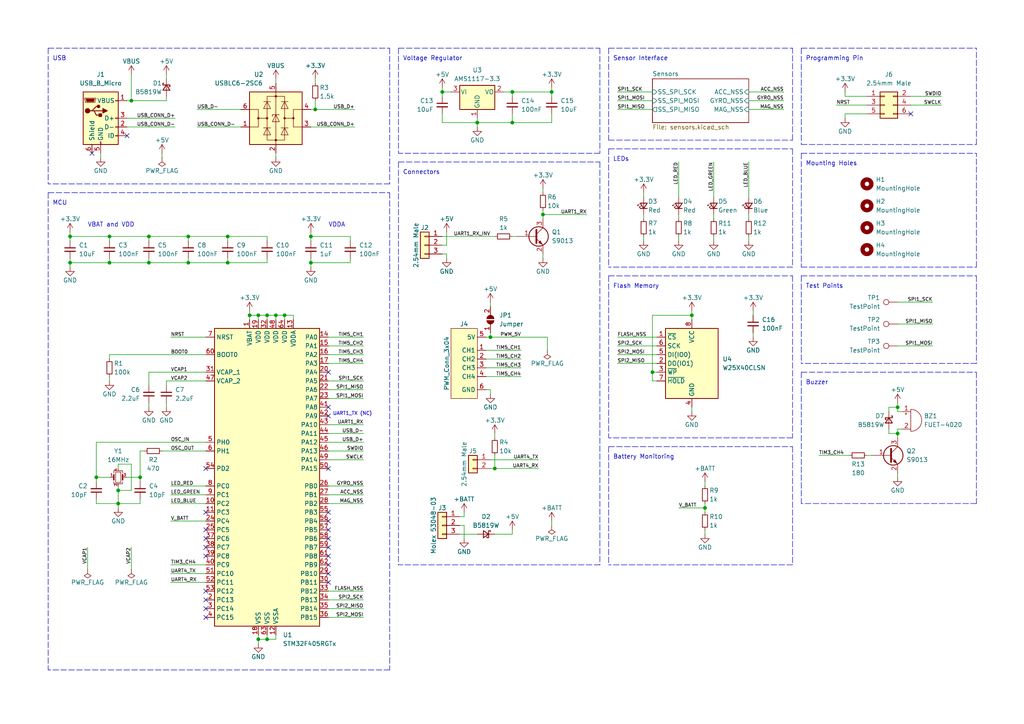
<source format=kicad_sch>
(kicad_sch (version 20211123) (generator eeschema)
  (paper "A4")
  (title_block (title "STM32 Flight Controller") (date "2022-11-01") (rev "B") (company "casterian.net"))
  (junction (at 74.93 91.44))
  (junction (at 34.29 142.24))
  (junction (at 189.23 107.95))
  (junction (at 38.1 29.21))
  (junction (at 157.48 62.23))
  (junction (at 128.27 26.67))
  (junction (at 66.04 68.58))
  (junction (at 148.59 26.67))
  (junction (at 160.02 26.67))
  (junction (at 143.51 135.89))
  (junction (at 54.61 76.2))
  (junction (at 20.32 68.58))
  (junction (at 43.18 68.58))
  (junction (at 260.35 118.11))
  (junction (at 74.93 185.42))
  (junction (at 54.61 68.58))
  (junction (at 80.01 91.44))
  (junction (at 40.64 138.43))
  (junction (at 200.66 91.44))
  (junction (at 142.24 97.79))
  (junction (at 204.47 147.32))
  (junction (at 27.94 138.43))
  (junction (at 72.39 91.44))
  (junction (at 77.47 91.44))
  (junction (at 90.17 68.58))
  (junction (at 77.47 185.42))
  (junction (at 260.35 125.73))
  (junction (at 31.75 76.2))
  (junction (at 34.29 146.05))
  (junction (at 20.32 76.2))
  (junction (at 82.55 91.44))
  (junction (at 66.04 76.2))
  (junction (at 31.75 68.58))
  (junction (at 148.59 35.56))
  (junction (at 90.17 76.2))
  (junction (at 138.43 35.56))
  (junction (at 43.18 76.2))
  (junction (at 91.44 31.75))
  (no_connect (at 36.83 39.37))
  (no_connect (at 95.25 166.37))
  (no_connect (at 95.25 168.91))
  (no_connect (at 59.69 158.75))
  (no_connect (at 95.25 118.11))
  (no_connect (at 264.16 33.02))
  (no_connect (at 59.69 173.99))
  (no_connect (at 59.69 176.53))
  (no_connect (at 59.69 179.07))
  (no_connect (at 95.25 107.95))
  (no_connect (at 59.69 161.29))
  (no_connect (at 59.69 153.67))
  (no_connect (at 59.69 148.59))
  (no_connect (at 59.69 135.89))
  (no_connect (at 26.67 44.45))
  (no_connect (at 59.69 156.21))
  (no_connect (at 95.25 135.89))
  (no_connect (at 95.25 148.59))
  (no_connect (at 95.25 151.13))
  (no_connect (at 95.25 153.67))
  (no_connect (at 95.25 120.65))
  (no_connect (at 95.25 161.29))
  (no_connect (at 95.25 163.83))
  (no_connect (at 95.25 156.21))
  (no_connect (at 95.25 158.75))
  (no_connect (at 59.69 171.45))
  (wire (pts (xy 38.1 158.75) (xy 38.1 165.1)))
  (wire (pts (xy 242.57 30.48) (xy 251.46 30.48)))
  (wire (pts (xy 90.17 76.2) (xy 90.17 77.47)))
  (wire (pts (xy 95.25 125.73) (xy 105.41 125.73)))
  (polyline (pts (xy 232.41 77.47) (xy 283.21 77.47)))
  (wire (pts (xy 74.93 91.44) (xy 74.93 92.71)))
  (wire (pts (xy 80.01 22.86) (xy 80.01 24.13)))
  (wire (pts (xy 189.23 26.67) (xy 179.07 26.67)))
  (wire (pts (xy 77.47 184.15) (xy 77.47 185.42)))
  (wire (pts (xy 31.75 74.93) (xy 31.75 76.2)))
  (wire (pts (xy 160.02 33.02) (xy 160.02 35.56)))
  (wire (pts (xy 257.81 118.11) (xy 260.35 118.11)))
  (wire (pts (xy 74.93 185.42) (xy 77.47 185.42)))
  (wire (pts (xy 260.35 125.73) (xy 260.35 127)))
  (polyline (pts (xy 229.87 163.83) (xy 176.53 163.83)))
  (polyline (pts (xy 176.53 43.18) (xy 229.87 43.18)))
  (wire (pts (xy 59.69 102.87) (xy 31.75 102.87)))
  (polyline (pts (xy 229.87 127) (xy 176.53 127)))
  (wire (pts (xy 245.11 26.67) (xy 245.11 27.94)))
  (wire (pts (xy 48.26 21.59) (xy 48.26 22.86)))
  (wire (pts (xy 204.47 153.67) (xy 204.47 154.94)))
  (wire (pts (xy 95.25 133.35) (xy 105.41 133.35)))
  (wire (pts (xy 95.25 146.05) (xy 105.41 146.05)))
  (wire (pts (xy 128.27 26.67) (xy 128.27 27.94)))
  (wire (pts (xy 128.27 73.66) (xy 129.54 73.66)))
  (polyline (pts (xy 115.57 13.97) (xy 115.57 44.45)))
  (polyline (pts (xy 229.87 40.64) (xy 229.87 13.97)))
  (wire (pts (xy 160.02 151.13) (xy 160.02 152.4)))
  (wire (pts (xy 128.27 68.58) (xy 143.51 68.58)))
  (wire (pts (xy 59.69 143.51) (xy 49.53 143.51)))
  (wire (pts (xy 140.97 106.68) (xy 151.13 106.68)))
  (polyline (pts (xy 115.57 46.99) (xy 115.57 163.83)))
  (wire (pts (xy 140.97 104.14) (xy 151.13 104.14)))
  (wire (pts (xy 43.18 111.76) (xy 43.18 107.95)))
  (polyline (pts (xy 176.53 80.01) (xy 176.53 127)))
  (wire (pts (xy 251.46 33.02) (xy 245.11 33.02)))
  (polyline (pts (xy 176.53 129.54) (xy 229.87 129.54)))
  (wire (pts (xy 260.35 116.84) (xy 260.35 118.11)))
  (polyline (pts (xy 115.57 46.99) (xy 173.99 46.99)))
  (wire (pts (xy 142.24 97.79) (xy 158.75 97.79)))
  (wire (pts (xy 204.47 147.32) (xy 204.47 148.59)))
  (wire (pts (xy 179.07 100.33) (xy 190.5 100.33)))
  (wire (pts (xy 27.94 128.27) (xy 59.69 128.27)))
  (polyline (pts (xy 173.99 44.45) (xy 115.57 44.45)))
  (wire (pts (xy 36.83 34.29) (xy 50.8 34.29)))
  (wire (pts (xy 43.18 68.58) (xy 54.61 68.58)))
  (wire (pts (xy 20.32 69.85) (xy 20.32 68.58)))
  (wire (pts (xy 36.83 36.83) (xy 50.8 36.83)))
  (wire (pts (xy 77.47 74.93) (xy 77.47 76.2)))
  (wire (pts (xy 43.18 116.84) (xy 43.18 118.11)))
  (polyline (pts (xy 232.41 44.45) (xy 232.41 77.47)))
  (wire (pts (xy 217.17 62.23) (xy 217.17 63.5)))
  (wire (pts (xy 20.32 67.31) (xy 20.32 68.58)))
  (wire (pts (xy 43.18 76.2) (xy 31.75 76.2)))
  (wire (pts (xy 90.17 68.58) (xy 101.6 68.58)))
  (wire (pts (xy 48.26 29.21) (xy 48.26 27.94)))
  (wire (pts (xy 38.1 29.21) (xy 48.26 29.21)))
  (wire (pts (xy 57.15 31.75) (xy 69.85 31.75)))
  (wire (pts (xy 143.51 125.73) (xy 143.51 127)))
  (wire (pts (xy 54.61 68.58) (xy 54.61 69.85)))
  (wire (pts (xy 95.25 97.79) (xy 105.41 97.79)))
  (wire (pts (xy 157.48 54.61) (xy 157.48 55.88)))
  (wire (pts (xy 217.17 26.67) (xy 227.33 26.67)))
  (wire (pts (xy 189.23 91.44) (xy 189.23 107.95)))
  (polyline (pts (xy 283.21 105.41) (xy 232.41 105.41)))
  (wire (pts (xy 186.69 55.88) (xy 186.69 57.15)))
  (wire (pts (xy 142.24 113.03) (xy 142.24 114.3)))
  (polyline (pts (xy 229.87 129.54) (xy 229.87 163.83)))
  (polyline (pts (xy 173.99 163.83) (xy 115.57 163.83)))
  (wire (pts (xy 189.23 91.44) (xy 200.66 91.44)))
  (wire (pts (xy 80.01 185.42) (xy 80.01 184.15)))
  (wire (pts (xy 148.59 33.02) (xy 148.59 35.56)))
  (wire (pts (xy 102.87 31.75) (xy 91.44 31.75)))
  (wire (pts (xy 95.25 113.03) (xy 105.41 113.03)))
  (wire (pts (xy 43.18 107.95) (xy 59.69 107.95)))
  (polyline (pts (xy 283.21 41.91) (xy 283.21 13.97)))
  (wire (pts (xy 143.51 135.89) (xy 156.21 135.89)))
  (wire (pts (xy 260.35 137.16) (xy 260.35 138.43)))
  (wire (pts (xy 260.35 93.98) (xy 270.51 93.98)))
  (polyline (pts (xy 232.41 107.95) (xy 232.41 146.05)))
  (wire (pts (xy 157.48 73.66) (xy 157.48 74.93)))
  (wire (pts (xy 134.62 148.59) (xy 134.62 149.86)))
  (polyline (pts (xy 232.41 41.91) (xy 283.21 41.91)))
  (wire (pts (xy 59.69 110.49) (xy 48.26 110.49)))
  (polyline (pts (xy 232.41 44.45) (xy 283.21 44.45)))
  (wire (pts (xy 186.69 68.58) (xy 186.69 69.85)))
  (wire (pts (xy 27.94 138.43) (xy 27.94 139.7)))
  (wire (pts (xy 142.24 135.89) (xy 143.51 135.89)))
  (wire (pts (xy 57.15 36.83) (xy 69.85 36.83)))
  (wire (pts (xy 95.25 105.41) (xy 105.41 105.41)))
  (wire (pts (xy 218.44 91.44) (xy 218.44 90.17)))
  (wire (pts (xy 189.23 110.49) (xy 189.23 107.95)))
  (polyline (pts (xy 229.87 43.18) (xy 229.87 77.47)))
  (polyline (pts (xy 113.03 13.97) (xy 113.03 53.34)))
  (polyline (pts (xy 283.21 146.05) (xy 232.41 146.05)))
  (wire (pts (xy 95.25 140.97) (xy 105.41 140.97)))
  (wire (pts (xy 204.47 147.32) (xy 196.85 147.32)))
  (wire (pts (xy 59.69 163.83) (xy 49.53 163.83)))
  (wire (pts (xy 72.39 92.71) (xy 72.39 91.44)))
  (wire (pts (xy 189.23 31.75) (xy 179.07 31.75)))
  (wire (pts (xy 128.27 33.02) (xy 128.27 35.56)))
  (wire (pts (xy 200.66 91.44) (xy 200.66 92.71)))
  (polyline (pts (xy 176.53 13.97) (xy 229.87 13.97)))
  (polyline (pts (xy 232.41 13.97) (xy 283.21 13.97)))
  (wire (pts (xy 158.75 97.79) (xy 158.75 101.6)))
  (wire (pts (xy 260.35 87.63) (xy 270.51 87.63)))
  (polyline (pts (xy 115.57 13.97) (xy 173.99 13.97)))
  (wire (pts (xy 46.99 44.45) (xy 46.99 45.72)))
  (polyline (pts (xy 176.53 40.64) (xy 229.87 40.64)))
  (wire (pts (xy 160.02 25.4) (xy 160.02 26.67)))
  (wire (pts (xy 59.69 168.91) (xy 49.53 168.91)))
  (wire (pts (xy 43.18 74.93) (xy 43.18 76.2)))
  (wire (pts (xy 261.62 119.38) (xy 260.35 119.38)))
  (wire (pts (xy 40.64 138.43) (xy 40.64 139.7)))
  (wire (pts (xy 27.94 146.05) (xy 34.29 146.05)))
  (wire (pts (xy 128.27 26.67) (xy 130.81 26.67)))
  (wire (pts (xy 245.11 33.02) (xy 245.11 34.29)))
  (wire (pts (xy 200.66 90.17) (xy 200.66 91.44)))
  (wire (pts (xy 157.48 62.23) (xy 170.18 62.23)))
  (wire (pts (xy 72.39 91.44) (xy 74.93 91.44)))
  (wire (pts (xy 90.17 74.93) (xy 90.17 76.2)))
  (wire (pts (xy 77.47 91.44) (xy 80.01 91.44)))
  (wire (pts (xy 40.64 130.81) (xy 40.64 138.43)))
  (wire (pts (xy 273.05 30.48) (xy 264.16 30.48)))
  (polyline (pts (xy 13.97 55.88) (xy 113.03 55.88)))
  (wire (pts (xy 204.47 146.05) (xy 204.47 147.32)))
  (wire (pts (xy 27.94 144.78) (xy 27.94 146.05)))
  (wire (pts (xy 80.01 44.45) (xy 80.01 45.72)))
  (wire (pts (xy 217.17 31.75) (xy 227.33 31.75)))
  (polyline (pts (xy 232.41 80.01) (xy 232.41 105.41)))
  (wire (pts (xy 102.87 36.83) (xy 90.17 36.83)))
  (polyline (pts (xy 176.53 80.01) (xy 229.87 80.01)))
  (wire (pts (xy 140.97 109.22) (xy 151.13 109.22)))
  (wire (pts (xy 179.07 105.41) (xy 190.5 105.41)))
  (wire (pts (xy 54.61 68.58) (xy 66.04 68.58)))
  (wire (pts (xy 148.59 68.58) (xy 149.86 68.58)))
  (wire (pts (xy 90.17 67.31) (xy 90.17 68.58)))
  (wire (pts (xy 82.55 92.71) (xy 82.55 91.44)))
  (wire (pts (xy 59.69 151.13) (xy 49.53 151.13)))
  (wire (pts (xy 91.44 31.75) (xy 90.17 31.75)))
  (wire (pts (xy 134.62 149.86) (xy 133.35 149.86)))
  (wire (pts (xy 77.47 91.44) (xy 77.47 92.71)))
  (wire (pts (xy 128.27 71.12) (xy 129.54 71.12)))
  (wire (pts (xy 143.51 154.94) (xy 148.59 154.94)))
  (wire (pts (xy 31.75 76.2) (xy 20.32 76.2)))
  (wire (pts (xy 72.39 90.17) (xy 72.39 91.44)))
  (wire (pts (xy 134.62 152.4) (xy 134.62 156.21)))
  (wire (pts (xy 95.25 171.45) (xy 105.41 171.45)))
  (wire (pts (xy 66.04 68.58) (xy 66.04 69.85)))
  (wire (pts (xy 101.6 74.93) (xy 101.6 76.2)))
  (polyline (pts (xy 173.99 46.99) (xy 173.99 163.83)))
  (wire (pts (xy 77.47 69.85) (xy 77.47 68.58)))
  (wire (pts (xy 200.66 118.11) (xy 200.66 119.38)))
  (wire (pts (xy 48.26 110.49) (xy 48.26 111.76)))
  (wire (pts (xy 190.5 107.95) (xy 189.23 107.95)))
  (wire (pts (xy 138.43 35.56) (xy 128.27 35.56)))
  (wire (pts (xy 133.35 152.4) (xy 134.62 152.4)))
  (polyline (pts (xy 176.53 129.54) (xy 176.53 163.83)))
  (wire (pts (xy 34.29 146.05) (xy 40.64 146.05)))
  (wire (pts (xy 34.29 134.62) (xy 34.29 135.89)))
  (wire (pts (xy 77.47 185.42) (xy 80.01 185.42)))
  (wire (pts (xy 31.75 102.87) (xy 31.75 104.14)))
  (wire (pts (xy 66.04 76.2) (xy 54.61 76.2)))
  (wire (pts (xy 31.75 68.58) (xy 43.18 68.58)))
  (wire (pts (xy 189.23 29.21) (xy 179.07 29.21)))
  (wire (pts (xy 101.6 69.85) (xy 101.6 68.58)))
  (polyline (pts (xy 232.41 13.97) (xy 232.41 41.91)))
  (polyline (pts (xy 176.53 13.97) (xy 176.53 40.64)))
  (wire (pts (xy 95.25 173.99) (xy 105.41 173.99)))
  (wire (pts (xy 59.69 140.97) (xy 49.53 140.97)))
  (wire (pts (xy 186.69 62.23) (xy 186.69 63.5)))
  (wire (pts (xy 95.25 143.51) (xy 105.41 143.51)))
  (wire (pts (xy 218.44 96.52) (xy 218.44 97.79)))
  (wire (pts (xy 217.17 46.99) (xy 217.17 57.15)))
  (wire (pts (xy 20.32 68.58) (xy 31.75 68.58)))
  (wire (pts (xy 179.07 102.87) (xy 190.5 102.87)))
  (wire (pts (xy 142.24 133.35) (xy 156.21 133.35)))
  (polyline (pts (xy 283.21 107.95) (xy 283.21 146.05)))
  (wire (pts (xy 257.81 119.38) (xy 257.81 118.11)))
  (wire (pts (xy 90.17 68.58) (xy 90.17 69.85)))
  (wire (pts (xy 204.47 139.7) (xy 204.47 140.97)))
  (wire (pts (xy 46.99 130.81) (xy 59.69 130.81)))
  (wire (pts (xy 157.48 60.96) (xy 157.48 62.23)))
  (wire (pts (xy 95.25 100.33) (xy 105.41 100.33)))
  (wire (pts (xy 196.85 46.99) (xy 196.85 57.15)))
  (wire (pts (xy 273.05 27.94) (xy 264.16 27.94)))
  (polyline (pts (xy 229.87 80.01) (xy 229.87 127)))
  (wire (pts (xy 36.83 138.43) (xy 40.64 138.43)))
  (wire (pts (xy 38.1 21.59) (xy 38.1 29.21)))
  (wire (pts (xy 74.93 184.15) (xy 74.93 185.42)))
  (polyline (pts (xy 113.03 53.34) (xy 13.97 53.34)))
  (wire (pts (xy 140.97 97.79) (xy 142.24 97.79)))
  (wire (pts (xy 31.75 109.22) (xy 31.75 110.49)))
  (wire (pts (xy 146.05 26.67) (xy 148.59 26.67)))
  (wire (pts (xy 80.01 91.44) (xy 82.55 91.44)))
  (wire (pts (xy 261.62 124.46) (xy 260.35 124.46)))
  (wire (pts (xy 237.49 132.08) (xy 246.38 132.08)))
  (wire (pts (xy 207.01 46.99) (xy 207.01 57.15)))
  (wire (pts (xy 34.29 140.97) (xy 34.29 142.24)))
  (wire (pts (xy 179.07 97.79) (xy 190.5 97.79)))
  (wire (pts (xy 20.32 76.2) (xy 20.32 74.93)))
  (polyline (pts (xy 229.87 77.47) (xy 176.53 77.47)))
  (polyline (pts (xy 176.53 43.18) (xy 176.53 77.47)))
  (polyline (pts (xy 13.97 13.97) (xy 113.03 13.97)))
  (polyline (pts (xy 113.03 55.88) (xy 113.03 194.31)))
  (wire (pts (xy 91.44 29.21) (xy 91.44 31.75)))
  (wire (pts (xy 25.4 158.75) (xy 25.4 165.1)))
  (wire (pts (xy 260.35 100.33) (xy 270.51 100.33)))
  (wire (pts (xy 95.25 176.53) (xy 105.41 176.53)))
  (wire (pts (xy 95.25 102.87) (xy 105.41 102.87)))
  (wire (pts (xy 128.27 25.4) (xy 128.27 26.67)))
  (wire (pts (xy 95.25 110.49) (xy 105.41 110.49)))
  (wire (pts (xy 143.51 135.89) (xy 143.51 132.08)))
  (wire (pts (xy 95.25 128.27) (xy 105.41 128.27)))
  (wire (pts (xy 85.09 91.44) (xy 85.09 92.71)))
  (polyline (pts (xy 13.97 13.97) (xy 13.97 53.34)))
  (wire (pts (xy 27.94 128.27) (xy 27.94 138.43)))
  (wire (pts (xy 257.81 125.73) (xy 260.35 125.73)))
  (polyline (pts (xy 283.21 80.01) (xy 283.21 105.41)))
  (wire (pts (xy 31.75 68.58) (xy 31.75 69.85)))
  (polyline (pts (xy 232.41 107.95) (xy 283.21 107.95)))
  (wire (pts (xy 190.5 110.49) (xy 189.23 110.49)))
  (wire (pts (xy 43.18 68.58) (xy 43.18 69.85)))
  (wire (pts (xy 95.25 123.19) (xy 105.41 123.19)))
  (wire (pts (xy 27.94 138.43) (xy 31.75 138.43)))
  (wire (pts (xy 140.97 101.6) (xy 151.13 101.6)))
  (wire (pts (xy 251.46 132.08) (xy 252.73 132.08)))
  (wire (pts (xy 34.29 134.62) (xy 38.1 134.62)))
  (polyline (pts (xy 113.03 194.31) (xy 13.97 194.31)))
  (wire (pts (xy 207.01 62.23) (xy 207.01 63.5)))
  (wire (pts (xy 74.93 185.42) (xy 74.93 186.69)))
  (wire (pts (xy 140.97 113.03) (xy 142.24 113.03)))
  (wire (pts (xy 49.53 97.79) (xy 59.69 97.79)))
  (wire (pts (xy 260.35 118.11) (xy 260.35 119.38)))
  (wire (pts (xy 157.48 62.23) (xy 157.48 63.5)))
  (polyline (pts (xy 232.41 80.01) (xy 283.21 80.01)))
  (wire (pts (xy 160.02 26.67) (xy 160.02 27.94)))
  (wire (pts (xy 66.04 68.58) (xy 77.47 68.58)))
  (wire (pts (xy 129.54 67.31) (xy 129.54 71.12)))
  (wire (pts (xy 40.64 144.78) (xy 40.64 146.05)))
  (polyline (pts (xy 283.21 77.47) (xy 283.21 44.45)))
  (wire (pts (xy 38.1 142.24) (xy 34.29 142.24)))
  (wire (pts (xy 148.59 35.56) (xy 160.02 35.56)))
  (wire (pts (xy 95.25 179.07) (xy 105.41 179.07)))
  (wire (pts (xy 20.32 76.2) (xy 20.32 77.47)))
  (wire (pts (xy 196.85 62.23) (xy 196.85 63.5)))
  (wire (pts (xy 138.43 154.94) (xy 133.35 154.94)))
  (wire (pts (xy 217.17 29.21) (xy 227.33 29.21)))
  (wire (pts (xy 38.1 134.62) (xy 38.1 142.24)))
  (wire (pts (xy 148.59 154.94) (xy 148.59 153.67)))
  (wire (pts (xy 54.61 74.93) (xy 54.61 76.2)))
  (wire (pts (xy 59.69 166.37) (xy 49.53 166.37)))
  (wire (pts (xy 148.59 26.67) (xy 148.59 27.94)))
  (wire (pts (xy 54.61 76.2) (xy 43.18 76.2)))
  (wire (pts (xy 142.24 97.79) (xy 142.24 96.52)))
  (wire (pts (xy 34.29 146.05) (xy 34.29 147.32)))
  (wire (pts (xy 40.64 130.81) (xy 41.91 130.81)))
  (wire (pts (xy 74.93 91.44) (xy 77.47 91.44)))
  (wire (pts (xy 138.43 35.56) (xy 138.43 36.83)))
  (polyline (pts (xy 173.99 13.97) (xy 173.99 44.45)))
  (wire (pts (xy 59.69 146.05) (xy 49.53 146.05)))
  (wire (pts (xy 251.46 27.94) (xy 245.11 27.94)))
  (wire (pts (xy 29.21 44.45) (xy 29.21 45.72)))
  (wire (pts (xy 48.26 116.84) (xy 48.26 118.11)))
  (wire (pts (xy 91.44 22.86) (xy 91.44 24.13)))
  (wire (pts (xy 129.54 73.66) (xy 129.54 74.93)))
  (wire (pts (xy 101.6 76.2) (xy 90.17 76.2)))
  (wire (pts (xy 66.04 74.93) (xy 66.04 76.2)))
  (wire (pts (xy 257.81 125.73) (xy 257.81 124.46)))
  (wire (pts (xy 217.17 68.58) (xy 217.17 69.85)))
  (wire (pts (xy 138.43 34.29) (xy 138.43 35.56)))
  (wire (pts (xy 138.43 35.56) (xy 148.59 35.56)))
  (wire (pts (xy 34.29 142.24) (xy 34.29 146.05)))
  (wire (pts (xy 82.55 91.44) (xy 85.09 91.44)))
  (wire (pts (xy 95.25 115.57) (xy 105.41 115.57)))
  (wire (pts (xy 95.25 130.81) (xy 105.41 130.81)))
  (wire (pts (xy 260.35 124.46) (xy 260.35 125.73)))
  (wire (pts (xy 207.01 68.58) (xy 207.01 69.85)))
  (wire (pts (xy 196.85 68.58) (xy 196.85 69.85)))
  (wire (pts (xy 142.24 87.63) (xy 142.24 88.9)))
  (wire (pts (xy 77.47 76.2) (xy 66.04 76.2)))
  (wire (pts (xy 80.01 91.44) (xy 80.01 92.71)))
  (polyline (pts (xy 13.97 55.88) (xy 13.97 194.31)))
  (wire (pts (xy 36.83 29.21) (xy 38.1 29.21)))
  (wire (pts (xy 148.59 26.67) (xy 160.02 26.67)))
  (text "Connectors" (at 116.84 50.8 0) (effects (font (size 1.27 1.27)) (justify left bottom)))
  (text "Voltage Regulator" (at 116.84 17.78 0) (effects (font (size 1.27 1.27)) (justify left bottom)))
  (text "Test Points" (at 233.68 83.82 0) (effects (font (size 1.27 1.27)) (justify left bottom)))
  (text "UART1_TX (NC)" (at 96.52 120.65 0) (effects (font (size 1 1)) (justify left bottom)))
  (text "LEDs" (at 177.8 46.99 0) (effects (font (size 1.27 1.27)) (justify left bottom)))
  (text "Sensor Interface" (at 177.8 17.78 0) (effects (font (size 1.27 1.27)) (justify left bottom)))
  (text "MCU" (at 15.24 59.69 0) (effects (font (size 1.27 1.27)) (justify left bottom)))
  (text "VDDA" (at 95.25 66.04 0) (effects (font (size 1.27 1.27)) (justify left bottom)))
  (text "Battery Monitoring" (at 177.8 133.35 0) (effects (font (size 1.27 1.27)) (justify left bottom)))
  (text "Buzzer" (at 233.68 111.76 0) (effects (font (size 1.27 1.27)) (justify left bottom)))
  (text "Programming Pin" (at 233.68 17.78 0) (effects (font (size 1.27 1.27)) (justify left bottom)))
  (text "USB" (at 15.24 17.78 0) (effects (font (size 1.27 1.27)) (justify left bottom)))
  (text "Flash Memory" (at 177.8 83.82 0) (effects (font (size 1.27 1.27)) (justify left bottom)))
  (text "VBAT and VDD" (at 25.4 66.04 0) (effects (font (size 1.27 1.27)) (justify left bottom)))
  (text "Mounting Holes" (at 233.68 48.26 0) (effects (font (size 1.27 1.27)) (justify left bottom)))
  (label "TIM5_CH4" (at 151.13 109.22 180) (effects (font (size 1 1))))
  (label "SPI1_MOSI" (at 179.07 29.21 0) (effects (font (size 1 1))))
  (label "SWDIO" (at 273.05 27.94 180) (effects (font (size 1 1))))
  (label "UART1_RX_INV" (at 142.24 68.58 180) (effects (font (size 1 1))))
  (label "LED_RED" (at 196.85 46.99 270) (effects (font (size 1 1))))
  (label "USB_CONN_D+" (at 102.87 36.83 180) (effects (font (size 1 1))))
  (label "VCAP1" (at 49.53 107.95 0) (effects (font (size 1 1))))
  (label "ACC_NSS" (at 227.33 26.67 180) (effects (font (size 1 1))))
  (label "SWDIO" (at 105.41 130.81 180) (effects (font (size 1 1))))
  (label "USB_CONN_D+" (at 50.8 34.29 180) (effects (font (size 1 1))))
  (label "TIM3_CH4" (at 49.53 163.83 0) (effects (font (size 1 1))))
  (label "V_BATT" (at 49.53 151.13 0) (effects (font (size 1 1))))
  (label "UART1_RX" (at 105.41 123.19 180) (effects (font (size 1 1))))
  (label "USB_D-" (at 105.41 125.73 180) (effects (font (size 1 1))))
  (label "TIM5_CH3" (at 105.41 102.87 180) (effects (font (size 1 1))))
  (label "SPI1_MISO" (at 270.51 93.98 180) (effects (font (size 1 1))))
  (label "TIM5_CH3" (at 151.13 106.68 180) (effects (font (size 1 1))))
  (label "MAG_NSS" (at 227.33 31.75 180) (effects (font (size 1 1))))
  (label "SPI1_MOSI" (at 270.51 100.33 180) (effects (font (size 1 1))))
  (label "USB_CONN_D-" (at 50.8 36.83 180) (effects (font (size 1 1))))
  (label "TIM3_CH4" (at 237.49 132.08 0) (effects (font (size 1 1))))
  (label "VCAP2" (at 49.53 110.49 0) (effects (font (size 1 1))))
  (label "FLASH_NSS" (at 105.41 171.45 180) (effects (font (size 1 1))))
  (label "OSC_IN" (at 49.53 128.27 0) (effects (font (size 1 1))))
  (label "LED_BLUE" (at 49.53 146.05 0) (effects (font (size 1 1))))
  (label "UART4_RX" (at 156.21 135.89 180) (effects (font (size 1 1))))
  (label "TIM5_CH2" (at 151.13 104.14 180) (effects (font (size 1 1))))
  (label "SPI2_MISO" (at 179.07 105.41 0) (effects (font (size 1 1))))
  (label "GYRO_NSS" (at 105.41 140.97 180) (effects (font (size 1 1))))
  (label "VCAP1" (at 25.4 158.75 270) (effects (font (size 1 1))))
  (label "USB_CONN_D-" (at 57.15 36.83 0) (effects (font (size 1 1))))
  (label "VCAP2" (at 38.1 158.75 270) (effects (font (size 1 1))))
  (label "SPI1_SCK" (at 105.41 110.49 180) (effects (font (size 1 1))))
  (label "SPI1_MISO" (at 179.07 31.75 0) (effects (font (size 1 1))))
  (label "NRST" (at 49.53 97.79 0) (effects (font (size 1 1))))
  (label "SPI2_SCK" (at 105.41 173.99 180) (effects (font (size 1 1))))
  (label "OSC_OUT" (at 49.53 130.81 0) (effects (font (size 1 1))))
  (label "SPI1_MISO" (at 105.41 113.03 180) (effects (font (size 1 1))))
  (label "LED_BLUE" (at 217.17 46.99 270) (effects (font (size 1 1))))
  (label "UART1_RX" (at 170.18 62.23 180) (effects (font (size 1 1))))
  (label "TIM5_CH2" (at 105.41 100.33 180) (effects (font (size 1 1))))
  (label "UART4_TX" (at 49.53 166.37 0) (effects (font (size 1 1))))
  (label "USB_D+" (at 105.41 128.27 180) (effects (font (size 1 1))))
  (label "SPI1_SCK" (at 270.51 87.63 180) (effects (font (size 1 1))))
  (label "SPI2_MOSI" (at 105.41 179.07 180) (effects (font (size 1 1))))
  (label "TIM5_CH1" (at 105.41 97.79 180) (effects (font (size 1 1))))
  (label "SPI2_SCK" (at 179.07 100.33 0) (effects (font (size 1 1))))
  (label "TIM5_CH1" (at 151.13 101.6 180) (effects (font (size 1 1))))
  (label "FLASH_NSS" (at 179.07 97.79 0) (effects (font (size 1 1))))
  (label "V_BATT" (at 196.85 147.32 0) (effects (font (size 1 1))))
  (label "PWM_5V" (at 151.13 97.79 180) (effects (font (size 1 1))))
  (label "NRST" (at 242.57 30.48 0) (effects (font (size 1 1))))
  (label "TIM5_CH4" (at 105.41 105.41 180) (effects (font (size 1 1))))
  (label "USB_D-" (at 57.15 31.75 0) (effects (font (size 1 1))))
  (label "SPI2_MOSI" (at 179.07 102.87 0) (effects (font (size 1 1))))
  (label "BOOT0" (at 49.53 102.87 0) (effects (font (size 1 1))))
  (label "LED_GREEN" (at 207.01 46.99 270) (effects (font (size 1 1))))
  (label "ACC_NSS" (at 105.41 143.51 180) (effects (font (size 1 1))))
  (label "SWCLK" (at 105.41 133.35 180) (effects (font (size 1 1))))
  (label "LED_RED" (at 49.53 140.97 0) (effects (font (size 1 1))))
  (label "UART4_TX" (at 156.21 133.35 180) (effects (font (size 1 1))))
  (label "LED_GREEN" (at 49.53 143.51 0) (effects (font (size 1 1))))
  (label "USB_D+" (at 102.87 31.75 180) (effects (font (size 1 1))))
  (label "GYRO_NSS" (at 227.33 29.21 180) (effects (font (size 1 1))))
  (label "SWCLK" (at 273.05 30.48 180) (effects (font (size 1 1))))
  (label "SPI1_MOSI" (at 105.41 115.57 180) (effects (font (size 1 1))))
  (label "MAG_NSS" (at 105.41 146.05 180) (effects (font (size 1 1))))
  (label "UART4_RX" (at 49.53 168.91 0) (effects (font (size 1 1))))
  (label "SPI1_SCK" (at 179.07 26.67 0) (effects (font (size 1 1))))
  (label "SPI2_MISO" (at 105.41 176.53 180) (effects (font (size 1 1))))
  (symbol (lib_id "power:+BATT") (at 134.62 148.59 0) (unit 1)
    (property "Reference" "#PWR021" (effects hide))
    (property "Value" "+BATT" (at 134.62 144.78 0))
  )
  (symbol (lib_id "Device:Q_NPN_BEC") (at 257.81 132.08 0) (unit 1)
    (property "Reference" "Q2" (at 262.89 130.8099 0) (effects (justify left)))
    (property "Value" "S9013" (at 262.89 133.3499 0) (effects (justify left)))
    (property "Footprint" "digikey-footprints:SOT-23-3" (effects hide))
  )
  (symbol (lib_id "power:GND") (at 90.17 77.47 0) (unit 1)
    (property "Reference" "#PWR016" (effects hide))
    (property "Value" "GND" (at 90.17 81.28 0))
  )
  (symbol (lib_id "Connector_Generic:Conn_02x03_Odd_Even") (at 256.54 30.48 0) (unit 1) (in_bom no)
    (property "Reference" "J6" (at 257.81 21.59 0))
    (property "Value" "2.54mm Male" (at 257.81 24.13 0))
    (property "Footprint" "Connector_PinHeader_2.54mm:PinHeader_2x03_P2.54mm_Vertical" (effects hide))
  )
  (symbol (lib_id "Device:C_Small") (at 40.64 142.24 0) (unit 1)
    (property "Reference" "C4" (at 43.18 140.9762 0) (effects (justify left)))
    (property "Value" "10pF" (at 43.18 143.5162 0) (effects (justify left)))
    (property "Footprint" "Capacitor_SMD:C_0402_1005Metric" (effects hide))
  )
  (symbol (lib_id "Device:C_Small") (at 43.18 114.3 0) (mirror x) (unit 1)
    (property "Reference" "C6" (at 40.64 113.0235 0) (effects (justify right)))
    (property "Value" "2.2uF" (at 40.64 115.5635 0) (effects (justify right)))
    (property "Footprint" "Capacitor_SMD:C_0402_1005Metric" (effects hide))
  )
  (symbol (lib_id "Device:R_Small") (at 217.17 66.04 0) (unit 1)
    (property "Reference" "R12" (at 218.44 64.77 0) (effects (justify left)))
    (property "Value" "1k" (at 218.44 67.31 0) (effects (justify left)))
    (property "Footprint" "Resistor_SMD:R_0402_1005Metric" (effects hide))
  )
  (symbol (lib_id "power:GND") (at 34.29 147.32 0) (unit 1)
    (property "Reference" "#PWR05" (effects hide))
    (property "Value" "GND" (at 34.29 151.13 0))
  )
  (symbol (lib_id "Device:Q_NPN_BEC") (at 154.94 68.58 0) (unit 1)
    (property "Reference" "Q1" (at 160.02 67.3099 0) (effects (justify left)))
    (property "Value" "S9013" (at 160.02 69.8499 0) (effects (justify left)))
    (property "Footprint" "digikey-footprints:SOT-23-3" (effects hide))
  )
  (symbol (lib_id "Device:C_Small") (at 48.26 114.3 0) (unit 1)
    (property "Reference" "C7" (at 50.8 113.0362 0) (effects (justify left)))
    (property "Value" "2.2uF" (at 50.8 115.5762 0) (effects (justify left)))
    (property "Footprint" "Capacitor_SMD:C_0402_1005Metric" (effects hide))
  )
  (symbol (lib_id "power:PWR_FLAG") (at 25.4 165.1 180) (unit 1)
    (property "Reference" "#FLG01" (effects hide))
    (property "Value" "PWR_FLAG" (at 25.4 168.91 0))
  )
  (symbol (lib_id "power:+5V") (at 46.99 44.45 0) (unit 1)
    (property "Reference" "#PWR08" (effects hide))
    (property "Value" "+5V" (at 46.99 40.64 0))
  )
  (symbol (lib_id "Device:R_Small") (at 207.01 66.04 0) (unit 1)
    (property "Reference" "R11" (at 208.28 64.77 0) (effects (justify left)))
    (property "Value" "1k" (at 208.28 67.31 0) (effects (justify left)))
    (property "Footprint" "Resistor_SMD:R_0402_1005Metric" (effects hide))
  )
  (symbol (lib_id "power:GND") (at 138.43 36.83 0) (unit 1)
    (property "Reference" "#PWR023" (effects hide))
    (property "Value" "GND" (at 138.43 40.64 0))
  )
  (symbol (lib_id "Mechanical:MountingHole") (at 251.46 66.04 0) (unit 1) (in_bom no)
    (property "Reference" "H3" (at 254 64.7699 0) (effects (justify left)))
    (property "Value" "MountingHole" (at 254 67.3099 0) (effects (justify left)))
    (property "Footprint" "MountingHole:MountingHole_3.2mm_M3" (effects hide))
  )
  (symbol (lib_id "Device:R_Small") (at 204.47 143.51 0) (unit 1)
    (property "Reference" "R9" (at 205.74 142.24 0) (effects (justify left)))
    (property "Value" "1k" (at 205.74 144.78 0) (effects (justify left)))
    (property "Footprint" "Resistor_SMD:R_0402_1005Metric" (effects hide))
  )
  (symbol (lib_id "power:+5V") (at 128.27 25.4 0) (unit 1)
    (property "Reference" "#PWR018" (effects hide))
    (property "Value" "+5V" (at 128.27 21.59 0))
  )
  (symbol (lib_id "power:+BATT") (at 160.02 151.13 0) (unit 1)
    (property "Reference" "#PWR031" (effects hide))
    (property "Value" "+BATT" (at 160.02 147.32 0))
  )
  (symbol (lib_id "Device:Crystal_GND24_Small") (at 34.29 138.43 0) (unit 1)
    (property "Reference" "Y1" (at 34.29 130.81 0))
    (property "Value" "16MHz" (at 34.29 133.35 0))
    (property "Footprint" "Crystal:Crystal_SMD_Abracon_ABM8G-4Pin_3.2x2.5mm" (effects hide))
  )
  (symbol (lib_id "power:+3.3V") (at 20.32 67.31 0) (unit 1)
    (property "Reference" "#PWR01" (effects hide))
    (property "Value" "+3.3V" (at 20.32 63.5 0))
  )
  (symbol (lib_id "power:+5V") (at 148.59 153.67 0) (unit 1)
    (property "Reference" "#PWR027" (effects hide))
    (property "Value" "+5V" (at 148.59 149.86 0))
  )
  (symbol (lib_id "power:GND") (at 31.75 110.49 0) (unit 1)
    (property "Reference" "#PWR04" (effects hide))
    (property "Value" "GND" (at 31.75 114.3 0))
  )
  (symbol (lib_id "power:GND") (at 74.93 186.69 0) (unit 1)
    (property "Reference" "#PWR012" (effects hide))
    (property "Value" "GND" (at 74.93 190.5 0))
  )
  (symbol (lib_id "Device:R_Small") (at 31.75 106.68 0) (unit 1)
    (property "Reference" "R1" (at 33.02 105.41 0) (effects (justify left)))
    (property "Value" "100k" (at 33.02 107.95 0) (effects (justify left)))
    (property "Footprint" "Resistor_SMD:R_0402_1005Metric" (effects hide))
  )
  (symbol (lib_id "Mechanical:MountingHole") (at 251.46 72.39 0) (unit 1) (in_bom no)
    (property "Reference" "H4" (at 254 71.1199 0) (effects (justify left)))
    (property "Value" "MountingHole" (at 254 73.6599 0) (effects (justify left)))
    (property "Footprint" "MountingHole:MountingHole_3.2mm_M3" (effects hide))
  )
  (symbol (lib_id "power:GND") (at 186.69 69.85 0) (unit 1)
    (property "Reference" "#PWR033" (effects hide))
    (property "Value" "GND" (at 186.69 73.66 0))
  )
  (symbol (lib_id "power:GND") (at 260.35 138.43 0) (unit 1)
    (property "Reference" "#PWR046" (effects hide))
    (property "Value" "GND" (at 260.35 142.24 0))
  )
  (symbol (lib_id "power:GND") (at 217.17 69.85 0) (unit 1)
    (property "Reference" "#PWR040" (effects hide))
    (property "Value" "GND" (at 217.17 73.66 0))
  )
  (symbol (lib_id "power:GND") (at 142.24 114.3 0) (unit 1)
    (property "Reference" "#PWR025" (effects hide))
    (property "Value" "GND" (at 142.24 118.11 0))
  )
  (symbol (lib_id "power:+3.3V") (at 218.44 90.17 0) (unit 1)
    (property "Reference" "#PWR041" (effects hide))
    (property "Value" "+3.3V" (at 218.44 86.36 0))
  )
  (symbol (lib_id "power:+5V") (at 142.24 87.63 0) (unit 1)
    (property "Reference" "#PWR024" (effects hide))
    (property "Value" "+5V" (at 142.24 83.82 0))
  )
  (symbol (lib_id "Device:R_Small") (at 248.92 132.08 90) (unit 1)
    (property "Reference" "R13" (at 248.92 134.62 90))
    (property "Value" "180" (at 248.92 137.16 90))
    (property "Footprint" "Resistor_SMD:R_0402_1005Metric" (effects hide))
  )
  (symbol (lib_id "Power_Protection:USBLC6-2SC6") (at 80.01 34.29 0) (unit 1)
    (property "Reference" "U2" (at 73.66 21.59 0) (effects (justify left)))
    (property "Value" "USBLC6-2SC6" (at 62.23 24.13 0) (effects (justify left)))
    (property "Footprint" "Package_TO_SOT_SMD:SOT-23-6" (effects hide))
    (property "Datasheet" "https://www.st.com/resource/en/datasheet/usblc6-2.pdf" (effects hide))
  )
  (symbol (lib_id "Device:C_Small") (at 20.32 72.39 0) (unit 1)
    (property "Reference" "C1" (at 22.86 71.1262 0) (effects (justify left)))
    (property "Value" "10uF" (at 22.86 73.6662 0) (effects (justify left)))
    (property "Footprint" "Capacitor_SMD:C_0402_1005Metric" (effects hide))
    (property "LCSC" "C19702" (effects hide))
  )
  (symbol (lib_id "power:+5V") (at 129.54 67.31 0) (unit 1)
    (property "Reference" "#PWR019" (effects hide))
    (property "Value" "+5V" (at 129.54 63.5 0))
  )
  (symbol (lib_id "Device:C_Small") (at 90.17 72.39 0) (unit 1)
    (property "Reference" "C11" (at 92.71 71.1262 0) (effects (justify left)))
    (property "Value" "1uF" (at 92.71 73.6662 0) (effects (justify left)))
    (property "Footprint" "Capacitor_SMD:C_0402_1005Metric" (effects hide))
    (property "LCSC" "C1525" (effects hide))
  )
  (symbol (lib_id "power:+3.3V") (at 72.39 90.17 0) (unit 1)
    (property "Reference" "#PWR011" (effects hide))
    (property "Value" "+3.3V" (at 72.39 86.36 0))
  )
  (symbol (lib_id "Connector_Generic:Conn_01x02") (at 137.16 133.35 0) (mirror y) (unit 1)
    (property "Reference" "J5" (at 137.16 130.81 0))
    (property "Value" "2.54mm Male" (at 134.62 134.62 90))
    (property "Footprint" "Connector_PinHeader_2.54mm:PinHeader_1x02_P2.54mm_Vertical" (effects hide))
  )
  (symbol (lib_id "Connector:TestPoint") (at 260.35 93.98 90) (unit 1)
    (property "Reference" "TP2" (at 255.27 92.71 90) (effects (justify left)))
    (property "Value" "TestPoint" (at 255.27 95.25 90) (effects (justify left)))
    (property "Footprint" "TestPoint:TestPoint_Pad_D1.0mm" (effects hide))
  )
  (symbol (lib_id "Device:LED_Small") (at 207.01 59.69 90) (unit 1)
    (property "Reference" "D5" (at 208.28 58.42 90) (effects (justify right)))
    (property "Value" "Green" (at 208.28 60.96 90) (effects (justify right)))
    (property "Footprint" "LED_SMD:LED_0603_1608Metric" (effects hide))
  )
  (symbol (lib_id "power:+3.3V") (at 91.44 22.86 0) (unit 1)
    (property "Reference" "#PWR017" (effects hide))
    (property "Value" "+3.3V" (at 91.44 19.05 0))
  )
  (symbol (lib_id "Device:R_Small") (at 91.44 26.67 0) (unit 1)
    (property "Reference" "R3" (at 92.71 25.4 0) (effects (justify left)))
    (property "Value" "1.5k" (at 92.71 27.94 0) (effects (justify left)))
    (property "Footprint" "Resistor_SMD:R_0402_1005Metric" (effects hide))
  )
  (symbol (lib_id "power:+3.3V") (at 90.17 67.31 0) (unit 1)
    (property "Reference" "#PWR015" (effects hide))
    (property "Value" "+3.3V" (at 90.17 63.5 0))
  )
  (symbol (lib_id "power:+5V") (at 260.35 116.84 0) (unit 1)
    (property "Reference" "#PWR045" (effects hide))
    (property "Value" "+5V" (at 260.35 113.03 0))
  )
  (symbol (lib_id "Device:C_Small") (at 31.75 72.39 0) (unit 1)
    (property "Reference" "C3" (at 34.29 71.1262 0) (effects (justify left)))
    (property "Value" "100nF" (at 34.29 73.6662 0) (effects (justify left)))
    (property "Footprint" "Capacitor_SMD:C_0402_1005Metric" (effects hide))
    (property "LCSC" "C1525" (effects hide))
  )
  (symbol (lib_id "Device:LED_Small") (at 196.85 59.69 90) (unit 1)
    (property "Reference" "D4" (at 198.12 58.42 90) (effects (justify right)))
    (property "Value" "Red" (at 198.12 60.96 90) (effects (justify right)))
    (property "Footprint" "LED_SMD:LED_0603_1608Metric" (effects hide))
  )
  (symbol (lib_id "Device:R_Small") (at 44.45 130.81 90) (unit 1)
    (property "Reference" "R2" (at 44.45 133.35 90))
    (property "Value" "470" (at 44.45 135.89 90))
    (property "Footprint" "Resistor_SMD:R_0402_1005Metric" (effects hide))
  )
  (symbol (lib_id "power:GND") (at 80.01 45.72 0) (unit 1)
    (property "Reference" "#PWR014" (effects hide))
    (property "Value" "GND" (at 80.01 49.53 0))
  )
  (symbol (lib_id "Device:C_Small") (at 54.61 72.39 0) (unit 1)
    (property "Reference" "C8" (at 57.15 71.1262 0) (effects (justify left)))
    (property "Value" "100nF" (at 57.15 73.6662 0) (effects (justify left)))
    (property "Footprint" "Capacitor_SMD:C_0402_1005Metric" (effects hide))
    (property "LCSC" "C1525" (effects hide))
  )
  (symbol (lib_id "Device:R_Small") (at 204.47 151.13 0) (unit 1)
    (property "Reference" "R10" (at 205.74 149.86 0) (effects (justify left)))
    (property "Value" "1k" (at 205.74 152.4 0) (effects (justify left)))
    (property "Footprint" "Resistor_SMD:R_0402_1005Metric" (effects hide))
  )
  (symbol (lib_id "Connector:TestPoint") (at 260.35 87.63 90) (unit 1)
    (property "Reference" "TP1" (at 255.27 86.36 90) (effects (justify left)))
    (property "Value" "TestPoint" (at 255.27 88.9 90) (effects (justify left)))
    (property "Footprint" "TestPoint:TestPoint_Pad_D1.0mm" (effects hide))
  )
  (symbol (lib_id "Device:C_Small") (at 43.18 72.39 0) (unit 1)
    (property "Reference" "C5" (at 45.72 71.1262 0) (effects (justify left)))
    (property "Value" "100nF" (at 45.72 73.6662 0) (effects (justify left)))
    (property "Footprint" "Capacitor_SMD:C_0402_1005Metric" (effects hide))
    (property "LCSC" "C1525" (effects hide))
  )
  (symbol (lib_id "Device:R_Small") (at 157.48 58.42 0) (unit 1)
    (property "Reference" "R6" (at 158.75 57.15 0) (effects (justify left)))
    (property "Value" "10k" (at 158.75 59.69 0) (effects (justify left)))
    (property "Footprint" "Resistor_SMD:R_0402_1005Metric" (effects hide))
  )
  (symbol (lib_id "power:+BATT") (at 204.47 139.7 0) (unit 1)
    (property "Reference" "#PWR037" (effects hide))
    (property "Value" "+BATT" (at 204.47 135.89 0))
  )
  (symbol (lib_id "Connector:USB_B_Micro") (at 29.21 34.29 0) (unit 1)
    (property "Reference" "J1" (at 29.21 21.59 0))
    (property "Value" "USB_B_Micro" (at 29.21 24.13 0))
    (property "Footprint" "Connector_USB:USB_Micro-B_Molex-105017-0001" (effects hide))
  )
  (symbol (lib_id "power:PWR_FLAG") (at 38.1 165.1 180) (unit 1)
    (property "Reference" "#FLG02" (effects hide))
    (property "Value" "PWR_FLAG" (at 38.1 168.91 0))
  )
  (symbol (lib_id "power:GND") (at 129.54 74.93 0) (unit 1)
    (property "Reference" "#PWR020" (effects hide))
    (property "Value" "GND" (at 129.54 78.74 0))
  )
  (symbol (lib_id "power:+3.3V") (at 160.02 25.4 0) (unit 1)
    (property "Reference" "#PWR030" (effects hide))
    (property "Value" "+3.3V" (at 160.02 21.59 0))
  )
  (symbol (lib_id "Device:R_Small") (at 186.69 66.04 0) (unit 1)
    (property "Reference" "R7" (at 187.96 64.77 0) (effects (justify left)))
    (property "Value" "1k" (at 187.96 67.31 0) (effects (justify left)))
    (property "Footprint" "Resistor_SMD:R_0402_1005Metric" (effects hide))
  )
  (symbol (lib_id "Device:D_Schottky_Small") (at 48.26 25.4 90) (mirror x) (unit 1)
    (property "Reference" "D1" (at 46.99 24.13 90) (effects (justify left)))
    (property "Value" "B5819W" (at 46.99 26.67 90) (effects (justify left)))
    (property "Footprint" "Diode_SMD:D_SOD-123" (effects hide))
    (property "LCSC" "C8598" (effects hide))
  )
  (symbol (lib_id "Device:C_Small") (at 148.59 30.48 0) (unit 1)
    (property "Reference" "C14" (at 151.13 29.21 0) (effects (justify left)))
    (property "Value" "100nF" (at 151.13 31.75 0) (effects (justify left)))
    (property "Footprint" "Capacitor_SMD:C_0402_1005Metric" (effects hide))
  )
  (symbol (lib_id "Device:LED_Small") (at 217.17 59.69 90) (unit 1)
    (property "Reference" "D6" (at 218.44 58.42 90) (effects (justify right)))
    (property "Value" "Blue" (at 218.44 60.96 90) (effects (justify right)))
    (property "Footprint" "LED_SMD:LED_0603_1608Metric" (effects hide))
  )
  (symbol (lib_id "Device:C_Small") (at 27.94 142.24 0) (mirror x) (unit 1)
    (property "Reference" "C2" (at 25.4 140.9635 0) (effects (justify right)))
    (property "Value" "10pF" (at 25.4 143.5035 0) (effects (justify right)))
    (property "Footprint" "Capacitor_SMD:C_0402_1005Metric" (effects hide))
  )
  (symbol (lib_id "Device:C_Small") (at 101.6 72.39 0) (unit 1)
    (property "Reference" "C12" (at 104.14 71.1262 0) (effects (justify left)))
    (property "Value" "100nF" (at 104.14 73.6662 0) (effects (justify left)))
    (property "Footprint" "Capacitor_SMD:C_0402_1005Metric" (effects hide))
    (property "LCSC" "C1525" (effects hide))
  )
  (symbol (lib_id "power:GND") (at 29.21 45.72 0) (unit 1)
    (property "Reference" "#PWR03" (effects hide))
    (property "Value" "GND" (at 29.21 49.53 0))
  )
  (symbol (lib_id "power:GND") (at 200.66 119.38 0) (unit 1)
    (property "Reference" "#PWR036" (effects hide))
    (property "Value" "GND" (at 200.66 123.19 0))
  )
  (symbol (lib_id "Device:C_Small") (at 66.04 72.39 0) (unit 1)
    (property "Reference" "C9" (at 68.58 71.1262 0) (effects (justify left)))
    (property "Value" "100nF" (at 68.58 73.6662 0) (effects (justify left)))
    (property "Footprint" "Capacitor_SMD:C_0402_1005Metric" (effects hide))
    (property "LCSC" "C1525" (effects hide))
  )
  (symbol (lib_id "power:+3.3V") (at 157.48 54.61 0) (unit 1)
    (property "Reference" "#PWR028" (effects hide))
    (property "Value" "+3.3V" (at 157.48 50.8 0))
  )
  (symbol (lib_id "Memory_Flash:W25X40CLSN") (at 200.66 105.41 0) (unit 1)
    (property "Reference" "U4" (at 209.55 104.14 0) (effects (justify left)))
    (property "Value" "W25X40CLSN" (at 209.55 106.68 0) (effects (justify left)))
    (property "Footprint" "Package_SO:SOIC-8_3.9x4.9mm_P1.27mm" (effects hide))
    (property "Datasheet" "https://www.winbond.com/resource-files/W25X40CL_G%2020210505.pdf" (effects hide))
  )
  (symbol (lib_id "power:GND") (at 134.62 156.21 0) (unit 1)
    (property "Reference" "#PWR022" (effects hide))
    (property "Value" "GND" (at 134.62 160.02 0))
  )
  (symbol (lib_id "Connector_Generic:Conn_01x03") (at 128.27 152.4 0) (mirror y) (unit 1) (in_bom no)
    (property "Reference" "J3" (at 128.27 147.32 0))
    (property "Value" "Molex 53048-03" (at 125.73 152.4 90))
    (property "Footprint" "Connector_Molex:Molex_PicoBlade_53048-0310_1x03_P1.25mm_Horizontal" (effects hide))
  )
  (symbol (lib_id "power:GND") (at 218.44 97.79 0) (unit 1)
    (property "Reference" "#PWR042" (effects hide))
    (property "Value" "GND" (at 218.44 101.6 0))
  )
  (symbol (lib_id "Device:C_Small") (at 128.27 30.48 0) (unit 1)
    (property "Reference" "C13" (at 125.73 29.21 0) (effects (justify right)))
    (property "Value" "10uF" (at 125.73 31.75 0) (effects (justify right)))
    (property "Footprint" "Capacitor_SMD:C_0402_1005Metric" (effects hide))
  )
  (symbol (lib_id "Jumper:SolderJumper_2_Open") (at 142.24 92.71 90) (unit 1) (in_bom no)
    (property "Reference" "JP1" (at 144.78 91.44 90) (effects (justify right)))
    (property "Value" "Jumper" (at 144.78 93.98 90) (effects (justify right)))
    (property "Footprint" "Jumper:SolderJumper-2_P1.3mm_Open_TrianglePad1.0x1.5mm" (effects hide))
  )
  (symbol (lib_id "power:PWR_FLAG") (at 160.02 152.4 180) (unit 1)
    (property "Reference" "#FLG05" (effects hide))
    (property "Value" "PWR_FLAG" (at 160.02 156.21 0))
  )
  (symbol (lib_id "PWM_Connector:PWM_Conn_3x04") (at 134.62 105.41 0) (unit 1) (in_bom no)
    (property "Reference" "J4" (at 134.62 93.98 0))
    (property "Value" "PWM_Conn_3x04" (at 129.54 105.41 90))
    (property "Footprint" "Custom_Parts:PWM_Conn_3x04" (effects hide))
  )
  (symbol (lib_id "power:VBUS") (at 38.1 21.59 0) (unit 1)
    (property "Reference" "#PWR06" (effects hide))
    (property "Value" "VBUS" (at 38.1 17.78 0))
  )
  (symbol (lib_id "Mechanical:MountingHole") (at 251.46 59.69 0) (unit 1) (in_bom no)
    (property "Reference" "H2" (at 254 58.4199 0) (effects (justify left)))
    (property "Value" "MountingHole" (at 254 60.9599 0) (effects (justify left)))
    (property "Footprint" "MountingHole:MountingHole_3.2mm_M3" (effects hide))
  )
  (symbol (lib_id "MCU_ST_STM32F4:STM32F405RGTx") (at 77.47 138.43 0) (unit 1)
    (property "Reference" "U1" (at 82.0294 184.15 0) (effects (justify left)))
    (property "Value" "STM32F405RGTx" (at 82.0294 186.69 0) (effects (justify left)))
    (property "Footprint" "Package_QFP:LQFP-64_10x10mm_P0.5mm" (effects hide))
    (property "Datasheet" "http://www.st.com/st-web-ui/static/active/en/resource/technical/document/datasheet/DM00037051.pdf" (effects hide))
  )
  (symbol (lib_id "Connector_Generic:Conn_01x03") (at 123.19 71.12 0) (mirror y) (unit 1) (in_bom no)
    (property "Reference" "J2" (at 123.19 66.04 0))
    (property "Value" "2.54mm Male" (at 120.65 71.12 90))
    (property "Footprint" "Connector_PinHeader_2.54mm:PinHeader_1x03_P2.54mm_Vertical" (effects hide))
  )
  (symbol (lib_id "Connector:TestPoint") (at 260.35 100.33 90) (unit 1)
    (property "Reference" "TP3" (at 255.27 99.06 90) (effects (justify left)))
    (property "Value" "TestPoint" (at 255.27 101.6 90) (effects (justify left)))
    (property "Footprint" "TestPoint:TestPoint_Pad_D1.0mm" (effects hide))
  )
  (symbol (lib_id "power:+3.3V") (at 186.69 55.88 0) (unit 1)
    (property "Reference" "#PWR032" (effects hide))
    (property "Value" "+3.3V" (at 186.69 52.07 0))
  )
  (symbol (lib_id "Device:R_Small") (at 196.85 66.04 0) (unit 1)
    (property "Reference" "R8" (at 198.12 64.77 0) (effects (justify left)))
    (property "Value" "1k" (at 198.12 67.31 0) (effects (justify left)))
    (property "Footprint" "Resistor_SMD:R_0402_1005Metric" (effects hide))
  )
  (symbol (lib_id "Device:Buzzer") (at 264.16 121.92 0) (unit 1)
    (property "Reference" "BZ1" (at 267.97 120.6499 0) (effects (justify left)))
    (property "Value" "FUET-4020" (at 267.97 123.1899 0) (effects (justify left)))
    (property "Footprint" "FUET-4020:FUET-4020" (effects hide))
  )
  (symbol (lib_id "power:PWR_FLAG") (at 46.99 45.72 180) (unit 1)
    (property "Reference" "#FLG03" (effects hide))
    (property "Value" "PWR_FLAG" (at 46.99 49.53 0))
  )
  (symbol (lib_id "Device:R_Small") (at 143.51 129.54 0) (unit 1)
    (property "Reference" "R4" (at 144.78 128.27 0) (effects (justify left)))
    (property "Value" "10k" (at 144.78 130.81 0) (effects (justify left)))
    (property "Footprint" "Resistor_SMD:R_0402_1005Metric" (effects hide))
  )
  (symbol (lib_id "power:GND") (at 20.32 77.47 0) (unit 1)
    (property "Reference" "#PWR02" (effects hide))
    (property "Value" "GND" (at 20.32 81.28 0))
  )
  (symbol (lib_id "power:PWR_FLAG") (at 158.75 101.6 180) (unit 1)
    (property "Reference" "#FLG04" (effects hide))
    (property "Value" "PWR_FLAG" (at 158.75 105.41 0))
  )
  (symbol (lib_id "power:+3.3V") (at 200.66 90.17 0) (unit 1)
    (property "Reference" "#PWR035" (effects hide))
    (property "Value" "+3.3V" (at 200.66 86.36 0))
  )
  (symbol (lib_id "Device:R_Small") (at 146.05 68.58 90) (unit 1)
    (property "Reference" "R5" (at 146.05 63.5 90))
    (property "Value" "1k" (at 146.05 66.04 90))
    (property "Footprint" "Resistor_SMD:R_0402_1005Metric" (effects hide))
  )
  (symbol (lib_id "power:GND") (at 207.01 69.85 0) (unit 1)
    (property "Reference" "#PWR039" (effects hide))
    (property "Value" "GND" (at 207.01 73.66 0))
  )
  (symbol (lib_id "Device:C_Small") (at 77.47 72.39 0) (unit 1)
    (property "Reference" "C10" (at 80.01 71.1262 0) (effects (justify left)))
    (property "Value" "100nF" (at 80.01 73.6662 0) (effects (justify left)))
    (property "Footprint" "Capacitor_SMD:C_0402_1005Metric" (effects hide))
    (property "LCSC" "C1525" (effects hide))
  )
  (symbol (lib_id "power:+5V") (at 48.26 21.59 0) (unit 1)
    (property "Reference" "#PWR09" (effects hide))
    (property "Value" "+5V" (at 48.26 17.78 0))
  )
  (symbol (lib_id "Device:D_Schottky_Small") (at 257.81 121.92 270) (unit 1)
    (property "Reference" "D7" (at 256.54 120.65 90) (effects (justify right)))
    (property "Value" "B5819W" (at 256.54 123.19 90) (effects (justify right)))
    (property "Footprint" "Diode_SMD:D_SOD-123" (effects hide))
  )
  (symbol (lib_id "Mechanical:MountingHole") (at 251.46 53.34 0) (unit 1) (in_bom no)
    (property "Reference" "H1" (at 254 52.0699 0) (effects (justify left)))
    (property "Value" "MountingHole" (at 254 54.6099 0) (effects (justify left)))
    (property "Footprint" "MountingHole:MountingHole_3.2mm_M3" (effects hide))
  )
  (symbol (lib_id "power:GND") (at 245.11 34.29 0) (unit 1)
    (property "Reference" "#PWR044" (effects hide))
    (property "Value" "GND" (at 245.11 38.1 0))
  )
  (symbol (lib_id "power:VBUS") (at 80.01 22.86 0) (unit 1)
    (property "Reference" "#PWR013" (effects hide))
    (property "Value" "VBUS" (at 80.01 19.05 0))
  )
  (symbol (lib_id "Device:C_Small") (at 218.44 93.98 0) (unit 1)
    (property "Reference" "C16" (at 220.98 92.71 0) (effects (justify left)))
    (property "Value" "100nF" (at 220.98 95.25 0) (effects (justify left)))
    (property "Footprint" "Capacitor_SMD:C_0402_1005Metric" (effects hide))
  )
  (symbol (lib_id "Device:D_Schottky_Small") (at 140.97 154.94 0) (mirror y) (unit 1)
    (property "Reference" "D2" (at 140.97 149.86 0))
    (property "Value" "B5819W" (at 140.97 152.4 0))
    (property "Footprint" "Diode_SMD:D_SOD-123" (effects hide))
    (property "LCSC" "C8598" (effects hide))
  )
  (symbol (lib_id "Regulator_Linear:AMS1117-3.3") (at 138.43 26.67 0) (unit 1)
    (property "Reference" "U3" (at 138.43 20.32 0))
    (property "Value" "AMS1117-3.3" (at 138.43 22.86 0))
    (property "Footprint" "Package_TO_SOT_SMD:SOT-223-3_TabPin2" (effects hide))
    (property "Datasheet" "http://www.advanced-monolithic.com/pdf/ds1117.pdf" (effects hide))
    (property "LCSC" "C6186" (effects hide))
  )
  (symbol (lib_id "power:GND") (at 43.18 118.11 0) (unit 1)
    (property "Reference" "#PWR07" (effects hide))
    (property "Value" "GND" (at 43.18 121.92 0))
  )
  (symbol (lib_id "Device:LED_Small") (at 186.69 59.69 90) (unit 1)
    (property "Reference" "D3" (at 187.96 58.42 90) (effects (justify right)))
    (property "Value" "Red" (at 187.96 60.96 90) (effects (justify right)))
    (property "Footprint" "LED_SMD:LED_0603_1608Metric" (effects hide))
  )
  (symbol (lib_id "Device:C_Small") (at 160.02 30.48 0) (unit 1)
    (property "Reference" "C15" (at 162.56 29.21 0) (effects (justify left)))
    (property "Value" "10uF" (at 162.56 31.75 0) (effects (justify left)))
    (property "Footprint" "Capacitor_SMD:C_0402_1005Metric" (effects hide))
  )
  (symbol (lib_id "power:GND") (at 48.26 118.11 0) (unit 1)
    (property "Reference" "#PWR010" (effects hide))
    (property "Value" "GND" (at 48.26 121.92 0))
  )
  (symbol (lib_id "power:+3.3V") (at 245.11 26.67 0) (unit 1)
    (property "Reference" "#PWR043" (effects hide))
    (property "Value" "+3.3V" (at 245.11 22.86 0))
  )
  (symbol (lib_id "power:GND") (at 204.47 154.94 0) (unit 1)
    (property "Reference" "#PWR038" (effects hide))
    (property "Value" "GND" (at 204.47 158.75 0))
  )
  (symbol (lib_id "power:GND") (at 196.85 69.85 0) (unit 1)
    (property "Reference" "#PWR034" (effects hide))
    (property "Value" "GND" (at 196.85 73.66 0))
  )
  (symbol (lib_id "power:GND") (at 157.48 74.93 0) (unit 1)
    (property "Reference" "#PWR029" (effects hide))
    (property "Value" "GND" (at 157.48 78.74 0))
  )
  (symbol (lib_id "power:+3.3V") (at 143.51 125.73 0) (unit 1)
    (property "Reference" "#PWR026" (effects hide))
    (property "Value" "+3.3V" (at 143.51 121.92 0))
  )
  (sheet (at 189.23 22.86) (size 27.94 12.7) (stroke (width 0.1524))
    (property "Sheet name" "Sensors" (at 189.23 22.1484 0) (effects (justify left bottom)))
    (property "Sheet file" "sensors.kicad_sch" (at 189.23 36.1446 0) (effects (justify left top)))
    (pin "GYRO_NSS" input (at 217.17 29.21 0))
    (pin "ACC_NSS" input (at 217.17 26.67 0))
    (pin "MAG_NSS" input (at 217.17 31.75 0))
    (pin "SS_SPI_MOSI" input (at 189.23 29.21 180))
    (pin "SS_SPI_MISO" output (at 189.23 31.75 180))
    (pin "SS_SPI_SCK" input (at 189.23 26.67 180))
  )
)
</source>
